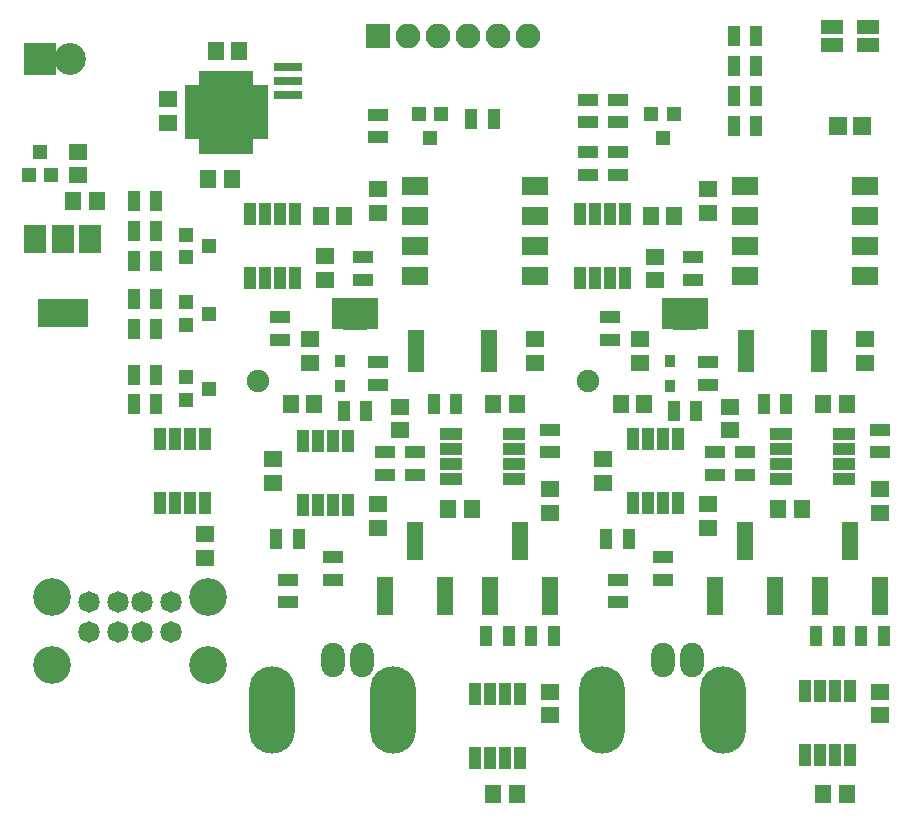
<source format=gts>
G04 #@! TF.GenerationSoftware,KiCad,Pcbnew,5.0.0-fee4fd1~66~ubuntu18.04.1*
G04 #@! TF.CreationDate,2018-09-30T17:11:51-04:00*
G04 #@! TF.ProjectId,pH-ORP-Card,70482D4F52502D436172642E6B696361,rev?*
G04 #@! TF.SameCoordinates,Original*
G04 #@! TF.FileFunction,Soldermask,Top*
G04 #@! TF.FilePolarity,Negative*
%FSLAX46Y46*%
G04 Gerber Fmt 4.6, Leading zero omitted, Abs format (unit mm)*
G04 Created by KiCad (PCBNEW 5.0.0-fee4fd1~66~ubuntu18.04.1) date Sun Sep 30 17:11:51 2018*
%MOMM*%
%LPD*%
G01*
G04 APERTURE LIST*
%ADD10R,1.700000X1.100000*%
%ADD11R,1.400000X1.650000*%
%ADD12R,1.200000X1.300000*%
%ADD13R,1.650000X1.400000*%
%ADD14R,0.850000X0.990000*%
%ADD15R,1.598880X1.598880*%
%ADD16R,1.100000X1.700000*%
%ADD17R,1.000000X1.950000*%
%ADD18R,1.950000X1.000000*%
%ADD19R,1.900000X1.300000*%
%ADD20R,1.400000X0.770000*%
%ADD21R,0.770000X1.400000*%
%ADD22R,1.462500X1.462500*%
%ADD23R,2.200000X1.600000*%
%ADD24R,1.300000X1.200000*%
%ADD25R,1.400000X3.600000*%
%ADD26R,1.416000X3.194000*%
%ADD27R,4.200000X2.400000*%
%ADD28R,1.900000X2.400000*%
%ADD29R,1.100000X0.650000*%
%ADD30R,2.050000X2.780000*%
%ADD31R,2.400000X0.800000*%
%ADD32R,2.100000X2.100000*%
%ADD33O,2.100000X2.100000*%
%ADD34C,1.820000*%
%ADD35C,3.200000*%
%ADD36R,2.700000X2.700000*%
%ADD37C,2.700000*%
%ADD38O,3.900120X7.400240*%
%ADD39O,2.000200X2.899360*%
%ADD40C,1.900000*%
G04 APERTURE END LIST*
D10*
G04 #@! TO.C,R14*
X29845000Y21275000D03*
X29845000Y23175000D03*
G04 #@! TD*
D11*
G04 #@! TO.C,C5*
X7890000Y53340000D03*
X9890000Y53340000D03*
G04 #@! TD*
D12*
G04 #@! TO.C,Q5*
X39050000Y60690000D03*
X37150000Y60690000D03*
X38100000Y58690000D03*
G04 #@! TD*
D13*
G04 #@! TO.C,C4*
X8255000Y55515000D03*
X8255000Y57515000D03*
G04 #@! TD*
D14*
G04 #@! TO.C,D3*
X30480000Y37680000D03*
X30480000Y39790000D03*
G04 #@! TD*
D11*
G04 #@! TO.C,C1*
X21955000Y66040000D03*
X19955000Y66040000D03*
G04 #@! TD*
D13*
G04 #@! TO.C,C3*
X15875000Y61960000D03*
X15875000Y59960000D03*
G04 #@! TD*
G04 #@! TO.C,C6*
X19050000Y25130000D03*
X19050000Y23130000D03*
G04 #@! TD*
D11*
G04 #@! TO.C,C7*
X28305000Y36195000D03*
X26305000Y36195000D03*
G04 #@! TD*
D13*
G04 #@! TO.C,C8*
X24765000Y29480000D03*
X24765000Y31480000D03*
G04 #@! TD*
G04 #@! TO.C,C9*
X33655000Y25670000D03*
X33655000Y27670000D03*
G04 #@! TD*
D11*
G04 #@! TO.C,C10*
X45450000Y36195000D03*
X43450000Y36195000D03*
G04 #@! TD*
D13*
G04 #@! TO.C,C11*
X35560000Y33925000D03*
X35560000Y35925000D03*
G04 #@! TD*
D11*
G04 #@! TO.C,C12*
X41640000Y27305000D03*
X39640000Y27305000D03*
G04 #@! TD*
D13*
G04 #@! TO.C,C13*
X48260000Y26940000D03*
X48260000Y28940000D03*
G04 #@! TD*
G04 #@! TO.C,C14*
X27940000Y41640000D03*
X27940000Y39640000D03*
G04 #@! TD*
G04 #@! TO.C,C15*
X29210000Y46675000D03*
X29210000Y48675000D03*
G04 #@! TD*
D11*
G04 #@! TO.C,C16*
X28845000Y52070000D03*
X30845000Y52070000D03*
G04 #@! TD*
G04 #@! TO.C,C17*
X43450000Y3175000D03*
X45450000Y3175000D03*
G04 #@! TD*
D13*
G04 #@! TO.C,C18*
X33655000Y52340000D03*
X33655000Y54340000D03*
G04 #@! TD*
G04 #@! TO.C,C19*
X46990000Y41640000D03*
X46990000Y39640000D03*
G04 #@! TD*
G04 #@! TO.C,C20*
X48260000Y9795000D03*
X48260000Y11795000D03*
G04 #@! TD*
D11*
G04 #@! TO.C,C21*
X56245000Y36195000D03*
X54245000Y36195000D03*
G04 #@! TD*
D13*
G04 #@! TO.C,C22*
X52705000Y29480000D03*
X52705000Y31480000D03*
G04 #@! TD*
G04 #@! TO.C,C23*
X61595000Y25670000D03*
X61595000Y27670000D03*
G04 #@! TD*
D11*
G04 #@! TO.C,C24*
X73390000Y36195000D03*
X71390000Y36195000D03*
G04 #@! TD*
D13*
G04 #@! TO.C,C25*
X63500000Y33925000D03*
X63500000Y35925000D03*
G04 #@! TD*
D11*
G04 #@! TO.C,C26*
X69580000Y27305000D03*
X67580000Y27305000D03*
G04 #@! TD*
D13*
G04 #@! TO.C,C27*
X76200000Y26940000D03*
X76200000Y28940000D03*
G04 #@! TD*
G04 #@! TO.C,C28*
X55880000Y41640000D03*
X55880000Y39640000D03*
G04 #@! TD*
G04 #@! TO.C,C29*
X57150000Y46625000D03*
X57150000Y48625000D03*
G04 #@! TD*
D11*
G04 #@! TO.C,C30*
X56785000Y52070000D03*
X58785000Y52070000D03*
G04 #@! TD*
G04 #@! TO.C,C31*
X71390000Y3175000D03*
X73390000Y3175000D03*
G04 #@! TD*
D15*
G04 #@! TO.C,D2*
X72610980Y59690000D03*
X74709020Y59690000D03*
G04 #@! TD*
D10*
G04 #@! TO.C,R1*
X53975000Y57465000D03*
X53975000Y55565000D03*
G04 #@! TD*
G04 #@! TO.C,R2*
X51435000Y57465000D03*
X51435000Y55565000D03*
G04 #@! TD*
D16*
G04 #@! TO.C,R3*
X65720000Y64770000D03*
X63820000Y64770000D03*
G04 #@! TD*
G04 #@! TO.C,R4*
X65720000Y62230000D03*
X63820000Y62230000D03*
G04 #@! TD*
G04 #@! TO.C,R5*
X65720000Y67310000D03*
X63820000Y67310000D03*
G04 #@! TD*
G04 #@! TO.C,R6*
X14920000Y53340000D03*
X13020000Y53340000D03*
G04 #@! TD*
G04 #@! TO.C,R7*
X14920000Y50800000D03*
X13020000Y50800000D03*
G04 #@! TD*
G04 #@! TO.C,R8*
X13020000Y48260000D03*
X14920000Y48260000D03*
G04 #@! TD*
G04 #@! TO.C,R9*
X13020000Y45085000D03*
X14920000Y45085000D03*
G04 #@! TD*
G04 #@! TO.C,R11*
X13020000Y42545000D03*
X14920000Y42545000D03*
G04 #@! TD*
G04 #@! TO.C,R12*
X13020000Y36195000D03*
X14920000Y36195000D03*
G04 #@! TD*
G04 #@! TO.C,R13*
X63820000Y59690000D03*
X65720000Y59690000D03*
G04 #@! TD*
G04 #@! TO.C,R15*
X26985000Y24765000D03*
X25085000Y24765000D03*
G04 #@! TD*
D10*
G04 #@! TO.C,R16*
X26035000Y21270000D03*
X26035000Y19370000D03*
G04 #@! TD*
G04 #@! TO.C,R17*
X34290000Y32065000D03*
X34290000Y30165000D03*
G04 #@! TD*
D16*
G04 #@! TO.C,R18*
X30800000Y35560000D03*
X32700000Y35560000D03*
G04 #@! TD*
D10*
G04 #@! TO.C,R19*
X36830000Y32065000D03*
X36830000Y30165000D03*
G04 #@! TD*
G04 #@! TO.C,R20*
X48260000Y33970000D03*
X48260000Y32070000D03*
G04 #@! TD*
D16*
G04 #@! TO.C,R21*
X38420000Y36195000D03*
X40320000Y36195000D03*
G04 #@! TD*
D10*
G04 #@! TO.C,R22*
X33655000Y37785000D03*
X33655000Y39685000D03*
G04 #@! TD*
D16*
G04 #@! TO.C,R23*
X46675000Y16510000D03*
X48575000Y16510000D03*
G04 #@! TD*
D10*
G04 #@! TO.C,R25*
X32385000Y48575000D03*
X32385000Y46675000D03*
G04 #@! TD*
G04 #@! TO.C,R26*
X25400000Y41595000D03*
X25400000Y43495000D03*
G04 #@! TD*
G04 #@! TO.C,R28*
X57785000Y21275000D03*
X57785000Y23175000D03*
G04 #@! TD*
D16*
G04 #@! TO.C,R29*
X54925000Y24765000D03*
X53025000Y24765000D03*
G04 #@! TD*
D10*
G04 #@! TO.C,R30*
X53975000Y21270000D03*
X53975000Y19370000D03*
G04 #@! TD*
G04 #@! TO.C,R31*
X62230000Y32065000D03*
X62230000Y30165000D03*
G04 #@! TD*
D16*
G04 #@! TO.C,R32*
X58740000Y35560000D03*
X60640000Y35560000D03*
G04 #@! TD*
D10*
G04 #@! TO.C,R33*
X64770000Y32065000D03*
X64770000Y30165000D03*
G04 #@! TD*
G04 #@! TO.C,R34*
X76200000Y33970000D03*
X76200000Y32070000D03*
G04 #@! TD*
D17*
G04 #@! TO.C,U2*
X19050000Y33180000D03*
X17780000Y33180000D03*
X16510000Y33180000D03*
X15240000Y33180000D03*
X15240000Y27780000D03*
X16510000Y27780000D03*
X17780000Y27780000D03*
X19050000Y27780000D03*
G04 #@! TD*
G04 #@! TO.C,U3*
X27305000Y27620000D03*
X28575000Y27620000D03*
X29845000Y27620000D03*
X31115000Y27620000D03*
X31115000Y33020000D03*
X29845000Y33020000D03*
X28575000Y33020000D03*
X27305000Y33020000D03*
G04 #@! TD*
D18*
G04 #@! TO.C,U4*
X39845000Y33655000D03*
X39845000Y32385000D03*
X39845000Y31115000D03*
X39845000Y29845000D03*
X45245000Y29845000D03*
X45245000Y31115000D03*
X45245000Y32385000D03*
X45245000Y33655000D03*
G04 #@! TD*
D17*
G04 #@! TO.C,U6*
X26670000Y52230000D03*
X25400000Y52230000D03*
X24130000Y52230000D03*
X22860000Y52230000D03*
X22860000Y46830000D03*
X24130000Y46830000D03*
X25400000Y46830000D03*
X26670000Y46830000D03*
G04 #@! TD*
G04 #@! TO.C,U7*
X41910000Y6190000D03*
X43180000Y6190000D03*
X44450000Y6190000D03*
X45720000Y6190000D03*
X45720000Y11590000D03*
X44450000Y11590000D03*
X43180000Y11590000D03*
X41910000Y11590000D03*
G04 #@! TD*
G04 #@! TO.C,U8*
X55245000Y27780000D03*
X56515000Y27780000D03*
X57785000Y27780000D03*
X59055000Y27780000D03*
X59055000Y33180000D03*
X57785000Y33180000D03*
X56515000Y33180000D03*
X55245000Y33180000D03*
G04 #@! TD*
D18*
G04 #@! TO.C,U9*
X67785000Y33655000D03*
X67785000Y32385000D03*
X67785000Y31115000D03*
X67785000Y29845000D03*
X73185000Y29845000D03*
X73185000Y31115000D03*
X73185000Y32385000D03*
X73185000Y33655000D03*
G04 #@! TD*
D17*
G04 #@! TO.C,U11*
X54610000Y52230000D03*
X53340000Y52230000D03*
X52070000Y52230000D03*
X50800000Y52230000D03*
X50800000Y46830000D03*
X52070000Y46830000D03*
X53340000Y46830000D03*
X54610000Y46830000D03*
G04 #@! TD*
D14*
G04 #@! TO.C,D4*
X58420000Y37680000D03*
X58420000Y39790000D03*
G04 #@! TD*
D11*
G04 #@! TO.C,C2*
X21320000Y55245000D03*
X19320000Y55245000D03*
G04 #@! TD*
D13*
G04 #@! TO.C,C32*
X61595000Y52340000D03*
X61595000Y54340000D03*
G04 #@! TD*
G04 #@! TO.C,C33*
X74930000Y41640000D03*
X74930000Y39640000D03*
G04 #@! TD*
G04 #@! TO.C,C34*
X76200000Y9795000D03*
X76200000Y11795000D03*
G04 #@! TD*
D19*
G04 #@! TO.C,D1*
X75210000Y66560000D03*
X75210000Y68060000D03*
X72110000Y68060000D03*
X72110000Y66560000D03*
G04 #@! TD*
D20*
G04 #@! TO.C,IC1*
X23701250Y58906250D03*
X23701250Y59556250D03*
X23701250Y60206250D03*
X23701250Y60856250D03*
X23701250Y61506250D03*
X23701250Y62156250D03*
X23701250Y62806250D03*
D21*
X22801250Y63706250D03*
X22151250Y63706250D03*
X21501250Y63706250D03*
X20851250Y63706250D03*
X20201250Y63706250D03*
X19551250Y63706250D03*
X18901250Y63706250D03*
D20*
X18001250Y62806250D03*
X18001250Y62156250D03*
X18001250Y61506250D03*
X18001250Y60856250D03*
X18001250Y60206250D03*
X18001250Y59556250D03*
X18001250Y58906250D03*
D21*
X18901250Y58006250D03*
X19551250Y58006250D03*
X20201250Y58006250D03*
X20851250Y58006250D03*
X21501250Y58006250D03*
X22151250Y58006250D03*
X22801250Y58006250D03*
D22*
X19257500Y62450000D03*
X19257500Y61387500D03*
X19257500Y60325000D03*
X19257500Y59262500D03*
X20320000Y62450000D03*
X20320000Y61387500D03*
X20320000Y60325000D03*
X20320000Y59262500D03*
X21382500Y62450000D03*
X21382500Y61387500D03*
X21382500Y60325000D03*
X21382500Y59262500D03*
X22445000Y62450000D03*
X22445000Y61387500D03*
X22445000Y60325000D03*
X22445000Y59262500D03*
G04 #@! TD*
D23*
G04 #@! TO.C,PS1*
X36810000Y54610000D03*
X36810000Y52070000D03*
X36810000Y49530000D03*
X36810000Y46990000D03*
X47010000Y46990000D03*
X47010000Y49530000D03*
X47010000Y52070000D03*
X47010000Y54610000D03*
G04 #@! TD*
G04 #@! TO.C,PS2*
X64750000Y54610000D03*
X64750000Y52070000D03*
X64750000Y49530000D03*
X64750000Y46990000D03*
X74950000Y46990000D03*
X74950000Y49530000D03*
X74950000Y52070000D03*
X74950000Y54610000D03*
G04 #@! TD*
D24*
G04 #@! TO.C,Q1*
X17415000Y50480000D03*
X17415000Y48580000D03*
X19415000Y49530000D03*
G04 #@! TD*
G04 #@! TO.C,Q2*
X17415000Y44765000D03*
X17415000Y42865000D03*
X19415000Y43815000D03*
G04 #@! TD*
G04 #@! TO.C,Q3*
X17415000Y38415000D03*
X17415000Y36515000D03*
X19415000Y37465000D03*
G04 #@! TD*
D12*
G04 #@! TO.C,Q4*
X4130000Y55515000D03*
X6030000Y55515000D03*
X5080000Y57515000D03*
G04 #@! TD*
D16*
G04 #@! TO.C,R10*
X13020000Y38608000D03*
X14920000Y38608000D03*
G04 #@! TD*
G04 #@! TO.C,R24*
X44765000Y16510000D03*
X42865000Y16510000D03*
G04 #@! TD*
D25*
G04 #@! TO.C,R27*
X43105000Y40640000D03*
X36905000Y40640000D03*
G04 #@! TD*
D16*
G04 #@! TO.C,R35*
X66360000Y36195000D03*
X68260000Y36195000D03*
G04 #@! TD*
D10*
G04 #@! TO.C,R36*
X61595000Y37785000D03*
X61595000Y39685000D03*
G04 #@! TD*
D16*
G04 #@! TO.C,R37*
X74615000Y16510000D03*
X76515000Y16510000D03*
G04 #@! TD*
G04 #@! TO.C,R38*
X72705000Y16510000D03*
X70805000Y16510000D03*
G04 #@! TD*
D10*
G04 #@! TO.C,R39*
X60325000Y48575000D03*
X60325000Y46675000D03*
G04 #@! TD*
G04 #@! TO.C,R40*
X53340000Y41595000D03*
X53340000Y43495000D03*
G04 #@! TD*
D25*
G04 #@! TO.C,R41*
X71045000Y40640000D03*
X64845000Y40640000D03*
G04 #@! TD*
D26*
G04 #@! TO.C,RV1*
X34290000Y19875500D03*
X36830000Y24574500D03*
X39370000Y19875500D03*
G04 #@! TD*
G04 #@! TO.C,RV2*
X43180000Y19875500D03*
X45720000Y24574500D03*
X48260000Y19875500D03*
G04 #@! TD*
G04 #@! TO.C,RV3*
X62230000Y19875500D03*
X64770000Y24574500D03*
X67310000Y19875500D03*
G04 #@! TD*
G04 #@! TO.C,RV4*
X71120000Y19875500D03*
X73660000Y24574500D03*
X76200000Y19875500D03*
G04 #@! TD*
D27*
G04 #@! TO.C,U1*
X6985000Y43840000D03*
D28*
X6985000Y50140000D03*
X4685000Y50140000D03*
X9285000Y50140000D03*
G04 #@! TD*
D29*
G04 #@! TO.C,U5*
X33175000Y42815000D03*
X33175000Y43315000D03*
X33175000Y43815000D03*
X33175000Y44315000D03*
X33175000Y44815000D03*
X30325000Y44815000D03*
X30325000Y44315000D03*
X30325000Y43815000D03*
X30325000Y43315000D03*
X30325000Y42815000D03*
D30*
X31750000Y43815000D03*
G04 #@! TD*
D29*
G04 #@! TO.C,U10*
X61115000Y42815000D03*
X61115000Y43315000D03*
X61115000Y43815000D03*
X61115000Y44315000D03*
X61115000Y44815000D03*
X58265000Y44815000D03*
X58265000Y44315000D03*
X58265000Y43815000D03*
X58265000Y43315000D03*
X58265000Y42815000D03*
D30*
X59690000Y43815000D03*
G04 #@! TD*
D17*
G04 #@! TO.C,U12*
X69850000Y6444000D03*
X71120000Y6444000D03*
X72390000Y6444000D03*
X73660000Y6444000D03*
X73660000Y11844000D03*
X72390000Y11844000D03*
X71120000Y11844000D03*
X69850000Y11844000D03*
G04 #@! TD*
D31*
G04 #@! TO.C,X1*
X26035000Y63500000D03*
X26035000Y62300000D03*
X26035000Y64700000D03*
G04 #@! TD*
D12*
G04 #@! TO.C,Q6*
X58735000Y60690000D03*
X56835000Y60690000D03*
X57785000Y58690000D03*
G04 #@! TD*
D10*
G04 #@! TO.C,R42*
X33655000Y58740000D03*
X33655000Y60640000D03*
G04 #@! TD*
G04 #@! TO.C,R43*
X51435000Y60010000D03*
X51435000Y61910000D03*
G04 #@! TD*
D16*
G04 #@! TO.C,R44*
X41595000Y60325000D03*
X43495000Y60325000D03*
G04 #@! TD*
D10*
G04 #@! TO.C,R45*
X53975000Y60010000D03*
X53975000Y61910000D03*
G04 #@! TD*
D32*
G04 #@! TO.C,P1*
X33655000Y67310000D03*
D33*
X36195000Y67310000D03*
X38735000Y67310000D03*
X41275000Y67310000D03*
X43815000Y67310000D03*
X46355000Y67310000D03*
G04 #@! TD*
D34*
G04 #@! TO.C,P2*
X9200000Y19440005D03*
X11700000Y19440005D03*
X13700000Y19440005D03*
X16200000Y19440005D03*
X9200000Y16820005D03*
X11700000Y16820005D03*
X13700000Y16820005D03*
X16200000Y16820005D03*
D35*
X19270000Y14110005D03*
X19270000Y19790005D03*
X6130000Y19790005D03*
X6130000Y14110005D03*
G04 #@! TD*
D36*
G04 #@! TO.C,P3*
X5080000Y65405000D03*
D37*
X7620000Y65405000D03*
G04 #@! TD*
D38*
G04 #@! TO.C,P4*
X34942780Y10261600D03*
X24744680Y10261600D03*
D39*
X29845000Y14526260D03*
X32344360Y14526260D03*
G04 #@! TD*
G04 #@! TO.C,P5*
X60284360Y14526260D03*
X57785000Y14526260D03*
D38*
X52684680Y10261600D03*
X62882780Y10261600D03*
G04 #@! TD*
D40*
G04 #@! TO.C,TP1*
X23495000Y38100000D03*
G04 #@! TD*
G04 #@! TO.C,TP2*
X51435000Y38100000D03*
G04 #@! TD*
M02*

</source>
